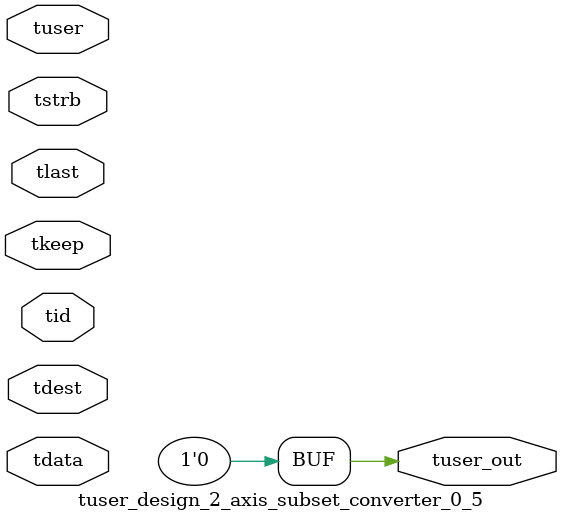
<source format=v>


`timescale 1ps/1ps

module tuser_design_2_axis_subset_converter_0_5 #
(
parameter C_S_AXIS_TUSER_WIDTH = 1,
parameter C_S_AXIS_TDATA_WIDTH = 32,
parameter C_S_AXIS_TID_WIDTH   = 0,
parameter C_S_AXIS_TDEST_WIDTH = 0,
parameter C_M_AXIS_TUSER_WIDTH = 1
)
(
input  [(C_S_AXIS_TUSER_WIDTH == 0 ? 1 : C_S_AXIS_TUSER_WIDTH)-1:0     ] tuser,
input  [(C_S_AXIS_TDATA_WIDTH == 0 ? 1 : C_S_AXIS_TDATA_WIDTH)-1:0     ] tdata,
input  [(C_S_AXIS_TID_WIDTH   == 0 ? 1 : C_S_AXIS_TID_WIDTH)-1:0       ] tid,
input  [(C_S_AXIS_TDEST_WIDTH == 0 ? 1 : C_S_AXIS_TDEST_WIDTH)-1:0     ] tdest,
input  [(C_S_AXIS_TDATA_WIDTH/8)-1:0 ] tkeep,
input  [(C_S_AXIS_TDATA_WIDTH/8)-1:0 ] tstrb,
input                                                                    tlast,
output [C_M_AXIS_TUSER_WIDTH-1:0] tuser_out
);

assign tuser_out = {1'b0};

endmodule


</source>
